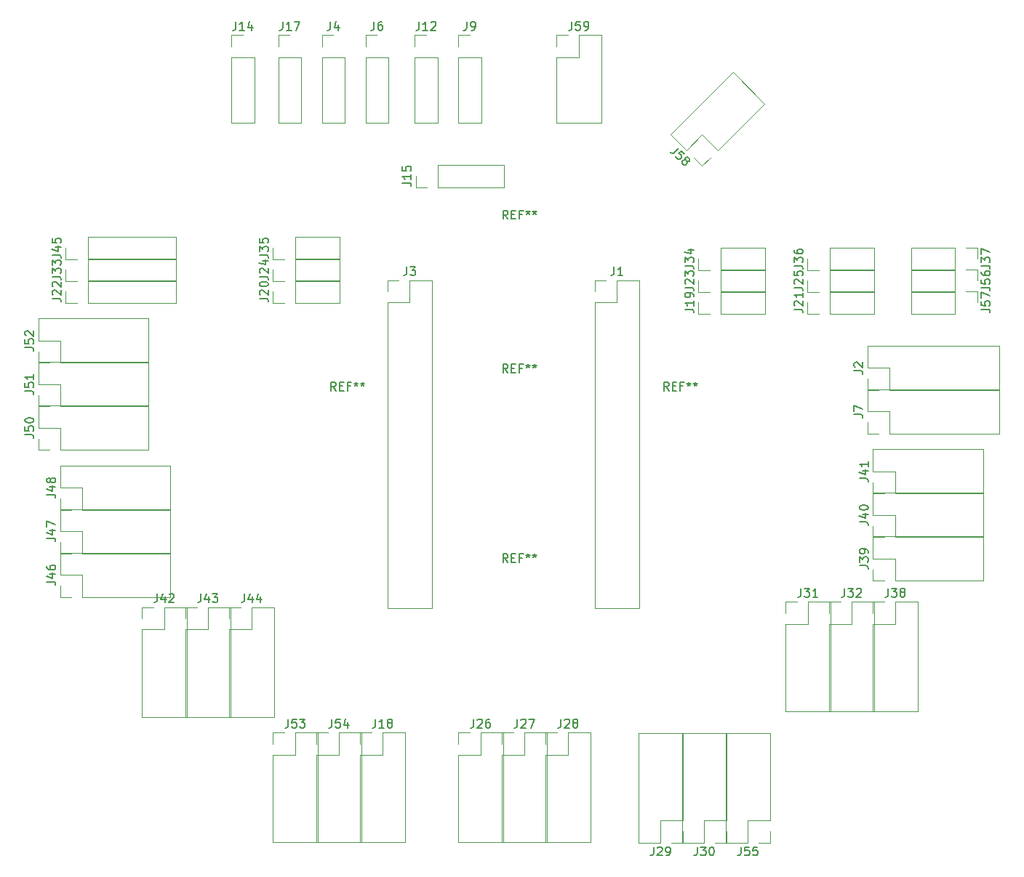
<source format=gbr>
%TF.GenerationSoftware,KiCad,Pcbnew,(5.1.9)-1*%
%TF.CreationDate,2021-04-12T23:14:19+02:00*%
%TF.ProjectId,Version1Male,56657273-696f-46e3-914d-616c652e6b69,rev?*%
%TF.SameCoordinates,Original*%
%TF.FileFunction,Legend,Top*%
%TF.FilePolarity,Positive*%
%FSLAX46Y46*%
G04 Gerber Fmt 4.6, Leading zero omitted, Abs format (unit mm)*
G04 Created by KiCad (PCBNEW (5.1.9)-1) date 2021-04-12 23:14:19*
%MOMM*%
%LPD*%
G01*
G04 APERTURE LIST*
%ADD10C,0.120000*%
%ADD11C,0.150000*%
G04 APERTURE END LIST*
D10*
%TO.C,J59*%
X144085000Y-46295000D02*
X145415000Y-46295000D01*
X144085000Y-47625000D02*
X144085000Y-46295000D01*
X146685000Y-46295000D02*
X149285000Y-46295000D01*
X146685000Y-48895000D02*
X146685000Y-46295000D01*
X144085000Y-48895000D02*
X146685000Y-48895000D01*
X149285000Y-46295000D02*
X149285000Y-56575000D01*
X144085000Y-48895000D02*
X144085000Y-56575000D01*
X144085000Y-56575000D02*
X149285000Y-56575000D01*
%TO.C,J58*%
X161036000Y-61570904D02*
X160095548Y-60630452D01*
X161976452Y-60630452D02*
X161036000Y-61570904D01*
X159197522Y-59732426D02*
X157359045Y-57893949D01*
X161036000Y-57893949D02*
X159197522Y-59732426D01*
X162874478Y-59732426D02*
X161036000Y-57893949D01*
X157359045Y-57893949D02*
X164628102Y-50624891D01*
X162874478Y-59732426D02*
X168305058Y-54301846D01*
X168305058Y-54301846D02*
X164628102Y-50624891D01*
%TO.C,J57*%
X193100000Y-76140000D02*
X193100000Y-77470000D01*
X191770000Y-76140000D02*
X193100000Y-76140000D01*
X190500000Y-76140000D02*
X190500000Y-78800000D01*
X190500000Y-78800000D02*
X185360000Y-78800000D01*
X190500000Y-76140000D02*
X185360000Y-76140000D01*
X185360000Y-76140000D02*
X185360000Y-78800000D01*
%TO.C,J56*%
X193100000Y-73600000D02*
X193100000Y-74930000D01*
X191770000Y-73600000D02*
X193100000Y-73600000D01*
X190500000Y-73600000D02*
X190500000Y-76260000D01*
X190500000Y-76260000D02*
X185360000Y-76260000D01*
X190500000Y-73600000D02*
X185360000Y-73600000D01*
X185360000Y-73600000D02*
X185360000Y-76260000D01*
%TO.C,J55*%
X168970000Y-140460000D02*
X167640000Y-140460000D01*
X168970000Y-139130000D02*
X168970000Y-140460000D01*
X166370000Y-140460000D02*
X163770000Y-140460000D01*
X166370000Y-137860000D02*
X166370000Y-140460000D01*
X168970000Y-137860000D02*
X166370000Y-137860000D01*
X163770000Y-140460000D02*
X163770000Y-127640000D01*
X168970000Y-137860000D02*
X168970000Y-127640000D01*
X168970000Y-127640000D02*
X163770000Y-127640000D01*
%TO.C,J54*%
X116145000Y-127575000D02*
X117475000Y-127575000D01*
X116145000Y-128905000D02*
X116145000Y-127575000D01*
X118745000Y-127575000D02*
X121345000Y-127575000D01*
X118745000Y-130175000D02*
X118745000Y-127575000D01*
X116145000Y-130175000D02*
X118745000Y-130175000D01*
X121345000Y-127575000D02*
X121345000Y-140395000D01*
X116145000Y-130175000D02*
X116145000Y-140395000D01*
X116145000Y-140395000D02*
X121345000Y-140395000D01*
%TO.C,J53*%
X111065000Y-127575000D02*
X112395000Y-127575000D01*
X111065000Y-128905000D02*
X111065000Y-127575000D01*
X113665000Y-127575000D02*
X116265000Y-127575000D01*
X113665000Y-130175000D02*
X113665000Y-127575000D01*
X111065000Y-130175000D02*
X113665000Y-130175000D01*
X116265000Y-127575000D02*
X116265000Y-140395000D01*
X111065000Y-130175000D02*
X111065000Y-140395000D01*
X111065000Y-140395000D02*
X116265000Y-140395000D01*
%TO.C,J52*%
X83760000Y-84515000D02*
X83760000Y-83185000D01*
X85090000Y-84515000D02*
X83760000Y-84515000D01*
X83760000Y-81915000D02*
X83760000Y-79315000D01*
X86360000Y-81915000D02*
X83760000Y-81915000D01*
X86360000Y-84515000D02*
X86360000Y-81915000D01*
X83760000Y-79315000D02*
X96580000Y-79315000D01*
X86360000Y-84515000D02*
X96580000Y-84515000D01*
X96580000Y-84515000D02*
X96580000Y-79315000D01*
%TO.C,J51*%
X83760000Y-89595000D02*
X83760000Y-88265000D01*
X85090000Y-89595000D02*
X83760000Y-89595000D01*
X83760000Y-86995000D02*
X83760000Y-84395000D01*
X86360000Y-86995000D02*
X83760000Y-86995000D01*
X86360000Y-89595000D02*
X86360000Y-86995000D01*
X83760000Y-84395000D02*
X96580000Y-84395000D01*
X86360000Y-89595000D02*
X96580000Y-89595000D01*
X96580000Y-89595000D02*
X96580000Y-84395000D01*
%TO.C,J50*%
X83760000Y-94675000D02*
X83760000Y-93345000D01*
X85090000Y-94675000D02*
X83760000Y-94675000D01*
X83760000Y-92075000D02*
X83760000Y-89475000D01*
X86360000Y-92075000D02*
X83760000Y-92075000D01*
X86360000Y-94675000D02*
X86360000Y-92075000D01*
X83760000Y-89475000D02*
X96580000Y-89475000D01*
X86360000Y-94675000D02*
X96580000Y-94675000D01*
X96580000Y-94675000D02*
X96580000Y-89475000D01*
%TO.C,J48*%
X86300000Y-101660000D02*
X86300000Y-100330000D01*
X87630000Y-101660000D02*
X86300000Y-101660000D01*
X86300000Y-99060000D02*
X86300000Y-96460000D01*
X88900000Y-99060000D02*
X86300000Y-99060000D01*
X88900000Y-101660000D02*
X88900000Y-99060000D01*
X86300000Y-96460000D02*
X99120000Y-96460000D01*
X88900000Y-101660000D02*
X99120000Y-101660000D01*
X99120000Y-101660000D02*
X99120000Y-96460000D01*
%TO.C,J47*%
X86300000Y-106740000D02*
X86300000Y-105410000D01*
X87630000Y-106740000D02*
X86300000Y-106740000D01*
X86300000Y-104140000D02*
X86300000Y-101540000D01*
X88900000Y-104140000D02*
X86300000Y-104140000D01*
X88900000Y-106740000D02*
X88900000Y-104140000D01*
X86300000Y-101540000D02*
X99120000Y-101540000D01*
X88900000Y-106740000D02*
X99120000Y-106740000D01*
X99120000Y-106740000D02*
X99120000Y-101540000D01*
%TO.C,J46*%
X86300000Y-111820000D02*
X86300000Y-110490000D01*
X87630000Y-111820000D02*
X86300000Y-111820000D01*
X86300000Y-109220000D02*
X86300000Y-106620000D01*
X88900000Y-109220000D02*
X86300000Y-109220000D01*
X88900000Y-111820000D02*
X88900000Y-109220000D01*
X86300000Y-106620000D02*
X99120000Y-106620000D01*
X88900000Y-111820000D02*
X99120000Y-111820000D01*
X99120000Y-111820000D02*
X99120000Y-106620000D01*
%TO.C,J45*%
X86935000Y-72450000D02*
X86935000Y-71120000D01*
X88265000Y-72450000D02*
X86935000Y-72450000D01*
X89535000Y-72450000D02*
X89535000Y-69790000D01*
X89535000Y-69790000D02*
X99755000Y-69790000D01*
X89535000Y-72450000D02*
X99755000Y-72450000D01*
X99755000Y-72450000D02*
X99755000Y-69790000D01*
%TO.C,J44*%
X105985000Y-112970000D02*
X107315000Y-112970000D01*
X105985000Y-114300000D02*
X105985000Y-112970000D01*
X108585000Y-112970000D02*
X111185000Y-112970000D01*
X108585000Y-115570000D02*
X108585000Y-112970000D01*
X105985000Y-115570000D02*
X108585000Y-115570000D01*
X111185000Y-112970000D02*
X111185000Y-125790000D01*
X105985000Y-115570000D02*
X105985000Y-125790000D01*
X105985000Y-125790000D02*
X111185000Y-125790000D01*
%TO.C,J43*%
X100905000Y-112970000D02*
X102235000Y-112970000D01*
X100905000Y-114300000D02*
X100905000Y-112970000D01*
X103505000Y-112970000D02*
X106105000Y-112970000D01*
X103505000Y-115570000D02*
X103505000Y-112970000D01*
X100905000Y-115570000D02*
X103505000Y-115570000D01*
X106105000Y-112970000D02*
X106105000Y-125790000D01*
X100905000Y-115570000D02*
X100905000Y-125790000D01*
X100905000Y-125790000D02*
X106105000Y-125790000D01*
%TO.C,J42*%
X95825000Y-112970000D02*
X97155000Y-112970000D01*
X95825000Y-114300000D02*
X95825000Y-112970000D01*
X98425000Y-112970000D02*
X101025000Y-112970000D01*
X98425000Y-115570000D02*
X98425000Y-112970000D01*
X95825000Y-115570000D02*
X98425000Y-115570000D01*
X101025000Y-112970000D02*
X101025000Y-125790000D01*
X95825000Y-115570000D02*
X95825000Y-125790000D01*
X95825000Y-125790000D02*
X101025000Y-125790000D01*
%TO.C,J41*%
X180915000Y-99755000D02*
X180915000Y-98425000D01*
X182245000Y-99755000D02*
X180915000Y-99755000D01*
X180915000Y-97155000D02*
X180915000Y-94555000D01*
X183515000Y-97155000D02*
X180915000Y-97155000D01*
X183515000Y-99755000D02*
X183515000Y-97155000D01*
X180915000Y-94555000D02*
X193735000Y-94555000D01*
X183515000Y-99755000D02*
X193735000Y-99755000D01*
X193735000Y-99755000D02*
X193735000Y-94555000D01*
%TO.C,J40*%
X180915000Y-104835000D02*
X180915000Y-103505000D01*
X182245000Y-104835000D02*
X180915000Y-104835000D01*
X180915000Y-102235000D02*
X180915000Y-99635000D01*
X183515000Y-102235000D02*
X180915000Y-102235000D01*
X183515000Y-104835000D02*
X183515000Y-102235000D01*
X180915000Y-99635000D02*
X193735000Y-99635000D01*
X183515000Y-104835000D02*
X193735000Y-104835000D01*
X193735000Y-104835000D02*
X193735000Y-99635000D01*
%TO.C,J39*%
X180915000Y-109915000D02*
X180915000Y-108585000D01*
X182245000Y-109915000D02*
X180915000Y-109915000D01*
X180915000Y-107315000D02*
X180915000Y-104715000D01*
X183515000Y-107315000D02*
X180915000Y-107315000D01*
X183515000Y-109915000D02*
X183515000Y-107315000D01*
X180915000Y-104715000D02*
X193735000Y-104715000D01*
X183515000Y-109915000D02*
X193735000Y-109915000D01*
X193735000Y-109915000D02*
X193735000Y-104715000D01*
%TO.C,J38*%
X180915000Y-112335000D02*
X182245000Y-112335000D01*
X180915000Y-113665000D02*
X180915000Y-112335000D01*
X183515000Y-112335000D02*
X186115000Y-112335000D01*
X183515000Y-114935000D02*
X183515000Y-112335000D01*
X180915000Y-114935000D02*
X183515000Y-114935000D01*
X186115000Y-112335000D02*
X186115000Y-125155000D01*
X180915000Y-114935000D02*
X180915000Y-125155000D01*
X180915000Y-125155000D02*
X186115000Y-125155000D01*
%TO.C,J37*%
X193100000Y-71060000D02*
X193100000Y-72390000D01*
X191770000Y-71060000D02*
X193100000Y-71060000D01*
X190500000Y-71060000D02*
X190500000Y-73720000D01*
X190500000Y-73720000D02*
X185360000Y-73720000D01*
X190500000Y-71060000D02*
X185360000Y-71060000D01*
X185360000Y-71060000D02*
X185360000Y-73720000D01*
%TO.C,J36*%
X173295000Y-73720000D02*
X173295000Y-72390000D01*
X174625000Y-73720000D02*
X173295000Y-73720000D01*
X175895000Y-73720000D02*
X175895000Y-71060000D01*
X175895000Y-71060000D02*
X181035000Y-71060000D01*
X175895000Y-73720000D02*
X181035000Y-73720000D01*
X181035000Y-73720000D02*
X181035000Y-71060000D01*
%TO.C,J35*%
X111065000Y-72450000D02*
X111065000Y-71120000D01*
X112395000Y-72450000D02*
X111065000Y-72450000D01*
X113665000Y-72450000D02*
X113665000Y-69790000D01*
X113665000Y-69790000D02*
X118805000Y-69790000D01*
X113665000Y-72450000D02*
X118805000Y-72450000D01*
X118805000Y-72450000D02*
X118805000Y-69790000D01*
%TO.C,J34*%
X160595000Y-73720000D02*
X160595000Y-72390000D01*
X161925000Y-73720000D02*
X160595000Y-73720000D01*
X163195000Y-73720000D02*
X163195000Y-71060000D01*
X163195000Y-71060000D02*
X168335000Y-71060000D01*
X163195000Y-73720000D02*
X168335000Y-73720000D01*
X168335000Y-73720000D02*
X168335000Y-71060000D01*
%TO.C,J33*%
X86935000Y-74990000D02*
X86935000Y-73660000D01*
X88265000Y-74990000D02*
X86935000Y-74990000D01*
X89535000Y-74990000D02*
X89535000Y-72330000D01*
X89535000Y-72330000D02*
X99755000Y-72330000D01*
X89535000Y-74990000D02*
X99755000Y-74990000D01*
X99755000Y-74990000D02*
X99755000Y-72330000D01*
%TO.C,J32*%
X175835000Y-112335000D02*
X177165000Y-112335000D01*
X175835000Y-113665000D02*
X175835000Y-112335000D01*
X178435000Y-112335000D02*
X181035000Y-112335000D01*
X178435000Y-114935000D02*
X178435000Y-112335000D01*
X175835000Y-114935000D02*
X178435000Y-114935000D01*
X181035000Y-112335000D02*
X181035000Y-125155000D01*
X175835000Y-114935000D02*
X175835000Y-125155000D01*
X175835000Y-125155000D02*
X181035000Y-125155000D01*
%TO.C,J31*%
X170755000Y-112335000D02*
X172085000Y-112335000D01*
X170755000Y-113665000D02*
X170755000Y-112335000D01*
X173355000Y-112335000D02*
X175955000Y-112335000D01*
X173355000Y-114935000D02*
X173355000Y-112335000D01*
X170755000Y-114935000D02*
X173355000Y-114935000D01*
X175955000Y-112335000D02*
X175955000Y-125155000D01*
X170755000Y-114935000D02*
X170755000Y-125155000D01*
X170755000Y-125155000D02*
X175955000Y-125155000D01*
%TO.C,J30*%
X163890000Y-140460000D02*
X162560000Y-140460000D01*
X163890000Y-139130000D02*
X163890000Y-140460000D01*
X161290000Y-140460000D02*
X158690000Y-140460000D01*
X161290000Y-137860000D02*
X161290000Y-140460000D01*
X163890000Y-137860000D02*
X161290000Y-137860000D01*
X158690000Y-140460000D02*
X158690000Y-127640000D01*
X163890000Y-137860000D02*
X163890000Y-127640000D01*
X163890000Y-127640000D02*
X158690000Y-127640000D01*
%TO.C,J29*%
X158810000Y-140460000D02*
X157480000Y-140460000D01*
X158810000Y-139130000D02*
X158810000Y-140460000D01*
X156210000Y-140460000D02*
X153610000Y-140460000D01*
X156210000Y-137860000D02*
X156210000Y-140460000D01*
X158810000Y-137860000D02*
X156210000Y-137860000D01*
X153610000Y-140460000D02*
X153610000Y-127640000D01*
X158810000Y-137860000D02*
X158810000Y-127640000D01*
X158810000Y-127640000D02*
X153610000Y-127640000D01*
%TO.C,J28*%
X142815000Y-127575000D02*
X144145000Y-127575000D01*
X142815000Y-128905000D02*
X142815000Y-127575000D01*
X145415000Y-127575000D02*
X148015000Y-127575000D01*
X145415000Y-130175000D02*
X145415000Y-127575000D01*
X142815000Y-130175000D02*
X145415000Y-130175000D01*
X148015000Y-127575000D02*
X148015000Y-140395000D01*
X142815000Y-130175000D02*
X142815000Y-140395000D01*
X142815000Y-140395000D02*
X148015000Y-140395000D01*
%TO.C,J27*%
X137735000Y-127575000D02*
X139065000Y-127575000D01*
X137735000Y-128905000D02*
X137735000Y-127575000D01*
X140335000Y-127575000D02*
X142935000Y-127575000D01*
X140335000Y-130175000D02*
X140335000Y-127575000D01*
X137735000Y-130175000D02*
X140335000Y-130175000D01*
X142935000Y-127575000D02*
X142935000Y-140395000D01*
X137735000Y-130175000D02*
X137735000Y-140395000D01*
X137735000Y-140395000D02*
X142935000Y-140395000D01*
%TO.C,J26*%
X132655000Y-127575000D02*
X133985000Y-127575000D01*
X132655000Y-128905000D02*
X132655000Y-127575000D01*
X135255000Y-127575000D02*
X137855000Y-127575000D01*
X135255000Y-130175000D02*
X135255000Y-127575000D01*
X132655000Y-130175000D02*
X135255000Y-130175000D01*
X137855000Y-127575000D02*
X137855000Y-140395000D01*
X132655000Y-130175000D02*
X132655000Y-140395000D01*
X132655000Y-140395000D02*
X137855000Y-140395000D01*
%TO.C,J25*%
X173295000Y-76260000D02*
X173295000Y-74930000D01*
X174625000Y-76260000D02*
X173295000Y-76260000D01*
X175895000Y-76260000D02*
X175895000Y-73600000D01*
X175895000Y-73600000D02*
X181035000Y-73600000D01*
X175895000Y-76260000D02*
X181035000Y-76260000D01*
X181035000Y-76260000D02*
X181035000Y-73600000D01*
%TO.C,J24*%
X111065000Y-74990000D02*
X111065000Y-73660000D01*
X112395000Y-74990000D02*
X111065000Y-74990000D01*
X113665000Y-74990000D02*
X113665000Y-72330000D01*
X113665000Y-72330000D02*
X118805000Y-72330000D01*
X113665000Y-74990000D02*
X118805000Y-74990000D01*
X118805000Y-74990000D02*
X118805000Y-72330000D01*
%TO.C,J23*%
X160595000Y-76260000D02*
X160595000Y-74930000D01*
X161925000Y-76260000D02*
X160595000Y-76260000D01*
X163195000Y-76260000D02*
X163195000Y-73600000D01*
X163195000Y-73600000D02*
X168335000Y-73600000D01*
X163195000Y-76260000D02*
X168335000Y-76260000D01*
X168335000Y-76260000D02*
X168335000Y-73600000D01*
%TO.C,J22*%
X86935000Y-77530000D02*
X86935000Y-76200000D01*
X88265000Y-77530000D02*
X86935000Y-77530000D01*
X89535000Y-77530000D02*
X89535000Y-74870000D01*
X89535000Y-74870000D02*
X99755000Y-74870000D01*
X89535000Y-77530000D02*
X99755000Y-77530000D01*
X99755000Y-77530000D02*
X99755000Y-74870000D01*
%TO.C,J21*%
X173295000Y-78800000D02*
X173295000Y-77470000D01*
X174625000Y-78800000D02*
X173295000Y-78800000D01*
X175895000Y-78800000D02*
X175895000Y-76140000D01*
X175895000Y-76140000D02*
X181035000Y-76140000D01*
X175895000Y-78800000D02*
X181035000Y-78800000D01*
X181035000Y-78800000D02*
X181035000Y-76140000D01*
%TO.C,J20*%
X111065000Y-77530000D02*
X111065000Y-76200000D01*
X112395000Y-77530000D02*
X111065000Y-77530000D01*
X113665000Y-77530000D02*
X113665000Y-74870000D01*
X113665000Y-74870000D02*
X118805000Y-74870000D01*
X113665000Y-77530000D02*
X118805000Y-77530000D01*
X118805000Y-77530000D02*
X118805000Y-74870000D01*
%TO.C,J19*%
X160595000Y-78800000D02*
X160595000Y-77470000D01*
X161925000Y-78800000D02*
X160595000Y-78800000D01*
X163195000Y-78800000D02*
X163195000Y-76140000D01*
X163195000Y-76140000D02*
X168335000Y-76140000D01*
X163195000Y-78800000D02*
X168335000Y-78800000D01*
X168335000Y-78800000D02*
X168335000Y-76140000D01*
%TO.C,J18*%
X121225000Y-127575000D02*
X122555000Y-127575000D01*
X121225000Y-128905000D02*
X121225000Y-127575000D01*
X123825000Y-127575000D02*
X126425000Y-127575000D01*
X123825000Y-130175000D02*
X123825000Y-127575000D01*
X121225000Y-130175000D02*
X123825000Y-130175000D01*
X126425000Y-127575000D02*
X126425000Y-140395000D01*
X121225000Y-130175000D02*
X121225000Y-140395000D01*
X121225000Y-140395000D02*
X126425000Y-140395000D01*
%TO.C,J17*%
X111700000Y-46295000D02*
X113030000Y-46295000D01*
X111700000Y-47625000D02*
X111700000Y-46295000D01*
X111700000Y-48895000D02*
X114360000Y-48895000D01*
X114360000Y-48895000D02*
X114360000Y-56575000D01*
X111700000Y-48895000D02*
X111700000Y-56575000D01*
X111700000Y-56575000D02*
X114360000Y-56575000D01*
%TO.C,J15*%
X127702000Y-64068000D02*
X127702000Y-62738000D01*
X129032000Y-64068000D02*
X127702000Y-64068000D01*
X130302000Y-64068000D02*
X130302000Y-61408000D01*
X130302000Y-61408000D02*
X137982000Y-61408000D01*
X130302000Y-64068000D02*
X137982000Y-64068000D01*
X137982000Y-64068000D02*
X137982000Y-61408000D01*
%TO.C,J14*%
X106230000Y-46295000D02*
X107560000Y-46295000D01*
X106230000Y-47625000D02*
X106230000Y-46295000D01*
X106230000Y-48895000D02*
X108890000Y-48895000D01*
X108890000Y-48895000D02*
X108890000Y-56575000D01*
X106230000Y-48895000D02*
X106230000Y-56575000D01*
X106230000Y-56575000D02*
X108890000Y-56575000D01*
%TO.C,J12*%
X127575000Y-46295000D02*
X128905000Y-46295000D01*
X127575000Y-47625000D02*
X127575000Y-46295000D01*
X127575000Y-48895000D02*
X130235000Y-48895000D01*
X130235000Y-48895000D02*
X130235000Y-56575000D01*
X127575000Y-48895000D02*
X127575000Y-56575000D01*
X127575000Y-56575000D02*
X130235000Y-56575000D01*
%TO.C,J9*%
X132655000Y-46295000D02*
X133985000Y-46295000D01*
X132655000Y-47625000D02*
X132655000Y-46295000D01*
X132655000Y-48895000D02*
X135315000Y-48895000D01*
X135315000Y-48895000D02*
X135315000Y-56575000D01*
X132655000Y-48895000D02*
X132655000Y-56575000D01*
X132655000Y-56575000D02*
X135315000Y-56575000D01*
%TO.C,J7*%
X180280000Y-92770000D02*
X180280000Y-91440000D01*
X181610000Y-92770000D02*
X180280000Y-92770000D01*
X180280000Y-90170000D02*
X180280000Y-87570000D01*
X182880000Y-90170000D02*
X180280000Y-90170000D01*
X182880000Y-92770000D02*
X182880000Y-90170000D01*
X180280000Y-87570000D02*
X195640000Y-87570000D01*
X182880000Y-92770000D02*
X195640000Y-92770000D01*
X195640000Y-92770000D02*
X195640000Y-87570000D01*
%TO.C,J6*%
X121860000Y-46295000D02*
X123190000Y-46295000D01*
X121860000Y-47625000D02*
X121860000Y-46295000D01*
X121860000Y-48895000D02*
X124520000Y-48895000D01*
X124520000Y-48895000D02*
X124520000Y-56575000D01*
X121860000Y-48895000D02*
X121860000Y-56575000D01*
X121860000Y-56575000D02*
X124520000Y-56575000D01*
%TO.C,J4*%
X116780000Y-46295000D02*
X118110000Y-46295000D01*
X116780000Y-47625000D02*
X116780000Y-46295000D01*
X116780000Y-48895000D02*
X119440000Y-48895000D01*
X119440000Y-48895000D02*
X119440000Y-56575000D01*
X116780000Y-48895000D02*
X116780000Y-56575000D01*
X116780000Y-56575000D02*
X119440000Y-56575000D01*
%TO.C,J3*%
X124400000Y-74870000D02*
X125730000Y-74870000D01*
X124400000Y-76200000D02*
X124400000Y-74870000D01*
X127000000Y-74870000D02*
X129600000Y-74870000D01*
X127000000Y-77470000D02*
X127000000Y-74870000D01*
X124400000Y-77470000D02*
X127000000Y-77470000D01*
X129600000Y-74870000D02*
X129600000Y-113090000D01*
X124400000Y-77470000D02*
X124400000Y-113090000D01*
X124400000Y-113090000D02*
X129600000Y-113090000D01*
%TO.C,J2*%
X180280000Y-87690000D02*
X180280000Y-86360000D01*
X181610000Y-87690000D02*
X180280000Y-87690000D01*
X180280000Y-85090000D02*
X180280000Y-82490000D01*
X182880000Y-85090000D02*
X180280000Y-85090000D01*
X182880000Y-87690000D02*
X182880000Y-85090000D01*
X180280000Y-82490000D02*
X195640000Y-82490000D01*
X182880000Y-87690000D02*
X195640000Y-87690000D01*
X195640000Y-87690000D02*
X195640000Y-82490000D01*
%TO.C,J1*%
X148530000Y-74870000D02*
X149860000Y-74870000D01*
X148530000Y-76200000D02*
X148530000Y-74870000D01*
X151130000Y-74870000D02*
X153730000Y-74870000D01*
X151130000Y-77470000D02*
X151130000Y-74870000D01*
X148530000Y-77470000D02*
X151130000Y-77470000D01*
X153730000Y-74870000D02*
X153730000Y-113090000D01*
X148530000Y-77470000D02*
X148530000Y-113090000D01*
X148530000Y-113090000D02*
X153730000Y-113090000D01*
%TO.C,REF\u002A\u002A*%
D11*
X138416666Y-67752380D02*
X138083333Y-67276190D01*
X137845238Y-67752380D02*
X137845238Y-66752380D01*
X138226190Y-66752380D01*
X138321428Y-66800000D01*
X138369047Y-66847619D01*
X138416666Y-66942857D01*
X138416666Y-67085714D01*
X138369047Y-67180952D01*
X138321428Y-67228571D01*
X138226190Y-67276190D01*
X137845238Y-67276190D01*
X138845238Y-67228571D02*
X139178571Y-67228571D01*
X139321428Y-67752380D02*
X138845238Y-67752380D01*
X138845238Y-66752380D01*
X139321428Y-66752380D01*
X140083333Y-67228571D02*
X139750000Y-67228571D01*
X139750000Y-67752380D02*
X139750000Y-66752380D01*
X140226190Y-66752380D01*
X140750000Y-66752380D02*
X140750000Y-66990476D01*
X140511904Y-66895238D02*
X140750000Y-66990476D01*
X140988095Y-66895238D01*
X140607142Y-67180952D02*
X140750000Y-66990476D01*
X140892857Y-67180952D01*
X141511904Y-66752380D02*
X141511904Y-66990476D01*
X141273809Y-66895238D02*
X141511904Y-66990476D01*
X141750000Y-66895238D01*
X141369047Y-67180952D02*
X141511904Y-66990476D01*
X141654761Y-67180952D01*
X118416666Y-87752380D02*
X118083333Y-87276190D01*
X117845238Y-87752380D02*
X117845238Y-86752380D01*
X118226190Y-86752380D01*
X118321428Y-86800000D01*
X118369047Y-86847619D01*
X118416666Y-86942857D01*
X118416666Y-87085714D01*
X118369047Y-87180952D01*
X118321428Y-87228571D01*
X118226190Y-87276190D01*
X117845238Y-87276190D01*
X118845238Y-87228571D02*
X119178571Y-87228571D01*
X119321428Y-87752380D02*
X118845238Y-87752380D01*
X118845238Y-86752380D01*
X119321428Y-86752380D01*
X120083333Y-87228571D02*
X119750000Y-87228571D01*
X119750000Y-87752380D02*
X119750000Y-86752380D01*
X120226190Y-86752380D01*
X120750000Y-86752380D02*
X120750000Y-86990476D01*
X120511904Y-86895238D02*
X120750000Y-86990476D01*
X120988095Y-86895238D01*
X120607142Y-87180952D02*
X120750000Y-86990476D01*
X120892857Y-87180952D01*
X121511904Y-86752380D02*
X121511904Y-86990476D01*
X121273809Y-86895238D02*
X121511904Y-86990476D01*
X121750000Y-86895238D01*
X121369047Y-87180952D02*
X121511904Y-86990476D01*
X121654761Y-87180952D01*
X138416666Y-107752380D02*
X138083333Y-107276190D01*
X137845238Y-107752380D02*
X137845238Y-106752380D01*
X138226190Y-106752380D01*
X138321428Y-106800000D01*
X138369047Y-106847619D01*
X138416666Y-106942857D01*
X138416666Y-107085714D01*
X138369047Y-107180952D01*
X138321428Y-107228571D01*
X138226190Y-107276190D01*
X137845238Y-107276190D01*
X138845238Y-107228571D02*
X139178571Y-107228571D01*
X139321428Y-107752380D02*
X138845238Y-107752380D01*
X138845238Y-106752380D01*
X139321428Y-106752380D01*
X140083333Y-107228571D02*
X139750000Y-107228571D01*
X139750000Y-107752380D02*
X139750000Y-106752380D01*
X140226190Y-106752380D01*
X140750000Y-106752380D02*
X140750000Y-106990476D01*
X140511904Y-106895238D02*
X140750000Y-106990476D01*
X140988095Y-106895238D01*
X140607142Y-107180952D02*
X140750000Y-106990476D01*
X140892857Y-107180952D01*
X141511904Y-106752380D02*
X141511904Y-106990476D01*
X141273809Y-106895238D02*
X141511904Y-106990476D01*
X141750000Y-106895238D01*
X141369047Y-107180952D02*
X141511904Y-106990476D01*
X141654761Y-107180952D01*
X157166666Y-87752380D02*
X156833333Y-87276190D01*
X156595238Y-87752380D02*
X156595238Y-86752380D01*
X156976190Y-86752380D01*
X157071428Y-86800000D01*
X157119047Y-86847619D01*
X157166666Y-86942857D01*
X157166666Y-87085714D01*
X157119047Y-87180952D01*
X157071428Y-87228571D01*
X156976190Y-87276190D01*
X156595238Y-87276190D01*
X157595238Y-87228571D02*
X157928571Y-87228571D01*
X158071428Y-87752380D02*
X157595238Y-87752380D01*
X157595238Y-86752380D01*
X158071428Y-86752380D01*
X158833333Y-87228571D02*
X158500000Y-87228571D01*
X158500000Y-87752380D02*
X158500000Y-86752380D01*
X158976190Y-86752380D01*
X159500000Y-86752380D02*
X159500000Y-86990476D01*
X159261904Y-86895238D02*
X159500000Y-86990476D01*
X159738095Y-86895238D01*
X159357142Y-87180952D02*
X159500000Y-86990476D01*
X159642857Y-87180952D01*
X160261904Y-86752380D02*
X160261904Y-86990476D01*
X160023809Y-86895238D02*
X160261904Y-86990476D01*
X160500000Y-86895238D01*
X160119047Y-87180952D02*
X160261904Y-86990476D01*
X160404761Y-87180952D01*
X138416666Y-85652380D02*
X138083333Y-85176190D01*
X137845238Y-85652380D02*
X137845238Y-84652380D01*
X138226190Y-84652380D01*
X138321428Y-84700000D01*
X138369047Y-84747619D01*
X138416666Y-84842857D01*
X138416666Y-84985714D01*
X138369047Y-85080952D01*
X138321428Y-85128571D01*
X138226190Y-85176190D01*
X137845238Y-85176190D01*
X138845238Y-85128571D02*
X139178571Y-85128571D01*
X139321428Y-85652380D02*
X138845238Y-85652380D01*
X138845238Y-84652380D01*
X139321428Y-84652380D01*
X140083333Y-85128571D02*
X139750000Y-85128571D01*
X139750000Y-85652380D02*
X139750000Y-84652380D01*
X140226190Y-84652380D01*
X140750000Y-84652380D02*
X140750000Y-84890476D01*
X140511904Y-84795238D02*
X140750000Y-84890476D01*
X140988095Y-84795238D01*
X140607142Y-85080952D02*
X140750000Y-84890476D01*
X140892857Y-85080952D01*
X141511904Y-84652380D02*
X141511904Y-84890476D01*
X141273809Y-84795238D02*
X141511904Y-84890476D01*
X141750000Y-84795238D01*
X141369047Y-85080952D02*
X141511904Y-84890476D01*
X141654761Y-85080952D01*
%TO.C,J59*%
X145875476Y-44747380D02*
X145875476Y-45461666D01*
X145827857Y-45604523D01*
X145732619Y-45699761D01*
X145589761Y-45747380D01*
X145494523Y-45747380D01*
X146827857Y-44747380D02*
X146351666Y-44747380D01*
X146304047Y-45223571D01*
X146351666Y-45175952D01*
X146446904Y-45128333D01*
X146685000Y-45128333D01*
X146780238Y-45175952D01*
X146827857Y-45223571D01*
X146875476Y-45318809D01*
X146875476Y-45556904D01*
X146827857Y-45652142D01*
X146780238Y-45699761D01*
X146685000Y-45747380D01*
X146446904Y-45747380D01*
X146351666Y-45699761D01*
X146304047Y-45652142D01*
X147351666Y-45747380D02*
X147542142Y-45747380D01*
X147637380Y-45699761D01*
X147685000Y-45652142D01*
X147780238Y-45509285D01*
X147827857Y-45318809D01*
X147827857Y-44937857D01*
X147780238Y-44842619D01*
X147732619Y-44795000D01*
X147637380Y-44747380D01*
X147446904Y-44747380D01*
X147351666Y-44795000D01*
X147304047Y-44842619D01*
X147256428Y-44937857D01*
X147256428Y-45175952D01*
X147304047Y-45271190D01*
X147351666Y-45318809D01*
X147446904Y-45366428D01*
X147637380Y-45366428D01*
X147732619Y-45318809D01*
X147780238Y-45271190D01*
X147827857Y-45175952D01*
%TO.C,J58*%
X158305221Y-59479888D02*
X157800145Y-59984964D01*
X157665458Y-60052307D01*
X157530771Y-60052307D01*
X157396084Y-59984964D01*
X157328740Y-59917620D01*
X158978656Y-60153323D02*
X158641938Y-59816605D01*
X158271549Y-60119651D01*
X158338893Y-60119651D01*
X158439908Y-60153323D01*
X158608267Y-60321681D01*
X158641938Y-60422697D01*
X158641938Y-60490040D01*
X158608267Y-60591055D01*
X158439908Y-60759414D01*
X158338893Y-60793086D01*
X158271549Y-60793086D01*
X158170534Y-60759414D01*
X158002175Y-60591055D01*
X157968503Y-60490040D01*
X157968503Y-60422697D01*
X159113343Y-60894101D02*
X159079671Y-60793086D01*
X159079671Y-60725742D01*
X159113343Y-60624727D01*
X159147015Y-60591055D01*
X159248030Y-60557384D01*
X159315373Y-60557384D01*
X159416389Y-60591055D01*
X159551076Y-60725742D01*
X159584747Y-60826758D01*
X159584747Y-60894101D01*
X159551076Y-60995116D01*
X159517404Y-61028788D01*
X159416389Y-61062460D01*
X159349045Y-61062460D01*
X159248030Y-61028788D01*
X159113343Y-60894101D01*
X159012328Y-60860429D01*
X158944984Y-60860429D01*
X158843969Y-60894101D01*
X158709282Y-61028788D01*
X158675610Y-61129803D01*
X158675610Y-61197147D01*
X158709282Y-61298162D01*
X158843969Y-61432849D01*
X158944984Y-61466521D01*
X159012328Y-61466521D01*
X159113343Y-61432849D01*
X159248030Y-61298162D01*
X159281702Y-61197147D01*
X159281702Y-61129803D01*
X159248030Y-61028788D01*
%TO.C,J57*%
X193552380Y-78279523D02*
X194266666Y-78279523D01*
X194409523Y-78327142D01*
X194504761Y-78422380D01*
X194552380Y-78565238D01*
X194552380Y-78660476D01*
X193552380Y-77327142D02*
X193552380Y-77803333D01*
X194028571Y-77850952D01*
X193980952Y-77803333D01*
X193933333Y-77708095D01*
X193933333Y-77470000D01*
X193980952Y-77374761D01*
X194028571Y-77327142D01*
X194123809Y-77279523D01*
X194361904Y-77279523D01*
X194457142Y-77327142D01*
X194504761Y-77374761D01*
X194552380Y-77470000D01*
X194552380Y-77708095D01*
X194504761Y-77803333D01*
X194457142Y-77850952D01*
X193552380Y-76946190D02*
X193552380Y-76279523D01*
X194552380Y-76708095D01*
%TO.C,J56*%
X193552380Y-75739523D02*
X194266666Y-75739523D01*
X194409523Y-75787142D01*
X194504761Y-75882380D01*
X194552380Y-76025238D01*
X194552380Y-76120476D01*
X193552380Y-74787142D02*
X193552380Y-75263333D01*
X194028571Y-75310952D01*
X193980952Y-75263333D01*
X193933333Y-75168095D01*
X193933333Y-74930000D01*
X193980952Y-74834761D01*
X194028571Y-74787142D01*
X194123809Y-74739523D01*
X194361904Y-74739523D01*
X194457142Y-74787142D01*
X194504761Y-74834761D01*
X194552380Y-74930000D01*
X194552380Y-75168095D01*
X194504761Y-75263333D01*
X194457142Y-75310952D01*
X193552380Y-73882380D02*
X193552380Y-74072857D01*
X193600000Y-74168095D01*
X193647619Y-74215714D01*
X193790476Y-74310952D01*
X193980952Y-74358571D01*
X194361904Y-74358571D01*
X194457142Y-74310952D01*
X194504761Y-74263333D01*
X194552380Y-74168095D01*
X194552380Y-73977619D01*
X194504761Y-73882380D01*
X194457142Y-73834761D01*
X194361904Y-73787142D01*
X194123809Y-73787142D01*
X194028571Y-73834761D01*
X193980952Y-73882380D01*
X193933333Y-73977619D01*
X193933333Y-74168095D01*
X193980952Y-74263333D01*
X194028571Y-74310952D01*
X194123809Y-74358571D01*
%TO.C,J55*%
X165560476Y-140912380D02*
X165560476Y-141626666D01*
X165512857Y-141769523D01*
X165417619Y-141864761D01*
X165274761Y-141912380D01*
X165179523Y-141912380D01*
X166512857Y-140912380D02*
X166036666Y-140912380D01*
X165989047Y-141388571D01*
X166036666Y-141340952D01*
X166131904Y-141293333D01*
X166370000Y-141293333D01*
X166465238Y-141340952D01*
X166512857Y-141388571D01*
X166560476Y-141483809D01*
X166560476Y-141721904D01*
X166512857Y-141817142D01*
X166465238Y-141864761D01*
X166370000Y-141912380D01*
X166131904Y-141912380D01*
X166036666Y-141864761D01*
X165989047Y-141817142D01*
X167465238Y-140912380D02*
X166989047Y-140912380D01*
X166941428Y-141388571D01*
X166989047Y-141340952D01*
X167084285Y-141293333D01*
X167322380Y-141293333D01*
X167417619Y-141340952D01*
X167465238Y-141388571D01*
X167512857Y-141483809D01*
X167512857Y-141721904D01*
X167465238Y-141817142D01*
X167417619Y-141864761D01*
X167322380Y-141912380D01*
X167084285Y-141912380D01*
X166989047Y-141864761D01*
X166941428Y-141817142D01*
%TO.C,J54*%
X117935476Y-126027380D02*
X117935476Y-126741666D01*
X117887857Y-126884523D01*
X117792619Y-126979761D01*
X117649761Y-127027380D01*
X117554523Y-127027380D01*
X118887857Y-126027380D02*
X118411666Y-126027380D01*
X118364047Y-126503571D01*
X118411666Y-126455952D01*
X118506904Y-126408333D01*
X118745000Y-126408333D01*
X118840238Y-126455952D01*
X118887857Y-126503571D01*
X118935476Y-126598809D01*
X118935476Y-126836904D01*
X118887857Y-126932142D01*
X118840238Y-126979761D01*
X118745000Y-127027380D01*
X118506904Y-127027380D01*
X118411666Y-126979761D01*
X118364047Y-126932142D01*
X119792619Y-126360714D02*
X119792619Y-127027380D01*
X119554523Y-125979761D02*
X119316428Y-126694047D01*
X119935476Y-126694047D01*
%TO.C,J53*%
X112855476Y-126027380D02*
X112855476Y-126741666D01*
X112807857Y-126884523D01*
X112712619Y-126979761D01*
X112569761Y-127027380D01*
X112474523Y-127027380D01*
X113807857Y-126027380D02*
X113331666Y-126027380D01*
X113284047Y-126503571D01*
X113331666Y-126455952D01*
X113426904Y-126408333D01*
X113665000Y-126408333D01*
X113760238Y-126455952D01*
X113807857Y-126503571D01*
X113855476Y-126598809D01*
X113855476Y-126836904D01*
X113807857Y-126932142D01*
X113760238Y-126979761D01*
X113665000Y-127027380D01*
X113426904Y-127027380D01*
X113331666Y-126979761D01*
X113284047Y-126932142D01*
X114188809Y-126027380D02*
X114807857Y-126027380D01*
X114474523Y-126408333D01*
X114617380Y-126408333D01*
X114712619Y-126455952D01*
X114760238Y-126503571D01*
X114807857Y-126598809D01*
X114807857Y-126836904D01*
X114760238Y-126932142D01*
X114712619Y-126979761D01*
X114617380Y-127027380D01*
X114331666Y-127027380D01*
X114236428Y-126979761D01*
X114188809Y-126932142D01*
%TO.C,J52*%
X82212380Y-82724523D02*
X82926666Y-82724523D01*
X83069523Y-82772142D01*
X83164761Y-82867380D01*
X83212380Y-83010238D01*
X83212380Y-83105476D01*
X82212380Y-81772142D02*
X82212380Y-82248333D01*
X82688571Y-82295952D01*
X82640952Y-82248333D01*
X82593333Y-82153095D01*
X82593333Y-81915000D01*
X82640952Y-81819761D01*
X82688571Y-81772142D01*
X82783809Y-81724523D01*
X83021904Y-81724523D01*
X83117142Y-81772142D01*
X83164761Y-81819761D01*
X83212380Y-81915000D01*
X83212380Y-82153095D01*
X83164761Y-82248333D01*
X83117142Y-82295952D01*
X82307619Y-81343571D02*
X82260000Y-81295952D01*
X82212380Y-81200714D01*
X82212380Y-80962619D01*
X82260000Y-80867380D01*
X82307619Y-80819761D01*
X82402857Y-80772142D01*
X82498095Y-80772142D01*
X82640952Y-80819761D01*
X83212380Y-81391190D01*
X83212380Y-80772142D01*
%TO.C,J51*%
X82212380Y-87804523D02*
X82926666Y-87804523D01*
X83069523Y-87852142D01*
X83164761Y-87947380D01*
X83212380Y-88090238D01*
X83212380Y-88185476D01*
X82212380Y-86852142D02*
X82212380Y-87328333D01*
X82688571Y-87375952D01*
X82640952Y-87328333D01*
X82593333Y-87233095D01*
X82593333Y-86995000D01*
X82640952Y-86899761D01*
X82688571Y-86852142D01*
X82783809Y-86804523D01*
X83021904Y-86804523D01*
X83117142Y-86852142D01*
X83164761Y-86899761D01*
X83212380Y-86995000D01*
X83212380Y-87233095D01*
X83164761Y-87328333D01*
X83117142Y-87375952D01*
X83212380Y-85852142D02*
X83212380Y-86423571D01*
X83212380Y-86137857D02*
X82212380Y-86137857D01*
X82355238Y-86233095D01*
X82450476Y-86328333D01*
X82498095Y-86423571D01*
%TO.C,J50*%
X82212380Y-92884523D02*
X82926666Y-92884523D01*
X83069523Y-92932142D01*
X83164761Y-93027380D01*
X83212380Y-93170238D01*
X83212380Y-93265476D01*
X82212380Y-91932142D02*
X82212380Y-92408333D01*
X82688571Y-92455952D01*
X82640952Y-92408333D01*
X82593333Y-92313095D01*
X82593333Y-92075000D01*
X82640952Y-91979761D01*
X82688571Y-91932142D01*
X82783809Y-91884523D01*
X83021904Y-91884523D01*
X83117142Y-91932142D01*
X83164761Y-91979761D01*
X83212380Y-92075000D01*
X83212380Y-92313095D01*
X83164761Y-92408333D01*
X83117142Y-92455952D01*
X82212380Y-91265476D02*
X82212380Y-91170238D01*
X82260000Y-91075000D01*
X82307619Y-91027380D01*
X82402857Y-90979761D01*
X82593333Y-90932142D01*
X82831428Y-90932142D01*
X83021904Y-90979761D01*
X83117142Y-91027380D01*
X83164761Y-91075000D01*
X83212380Y-91170238D01*
X83212380Y-91265476D01*
X83164761Y-91360714D01*
X83117142Y-91408333D01*
X83021904Y-91455952D01*
X82831428Y-91503571D01*
X82593333Y-91503571D01*
X82402857Y-91455952D01*
X82307619Y-91408333D01*
X82260000Y-91360714D01*
X82212380Y-91265476D01*
%TO.C,J48*%
X84752380Y-99869523D02*
X85466666Y-99869523D01*
X85609523Y-99917142D01*
X85704761Y-100012380D01*
X85752380Y-100155238D01*
X85752380Y-100250476D01*
X85085714Y-98964761D02*
X85752380Y-98964761D01*
X84704761Y-99202857D02*
X85419047Y-99440952D01*
X85419047Y-98821904D01*
X85180952Y-98298095D02*
X85133333Y-98393333D01*
X85085714Y-98440952D01*
X84990476Y-98488571D01*
X84942857Y-98488571D01*
X84847619Y-98440952D01*
X84800000Y-98393333D01*
X84752380Y-98298095D01*
X84752380Y-98107619D01*
X84800000Y-98012380D01*
X84847619Y-97964761D01*
X84942857Y-97917142D01*
X84990476Y-97917142D01*
X85085714Y-97964761D01*
X85133333Y-98012380D01*
X85180952Y-98107619D01*
X85180952Y-98298095D01*
X85228571Y-98393333D01*
X85276190Y-98440952D01*
X85371428Y-98488571D01*
X85561904Y-98488571D01*
X85657142Y-98440952D01*
X85704761Y-98393333D01*
X85752380Y-98298095D01*
X85752380Y-98107619D01*
X85704761Y-98012380D01*
X85657142Y-97964761D01*
X85561904Y-97917142D01*
X85371428Y-97917142D01*
X85276190Y-97964761D01*
X85228571Y-98012380D01*
X85180952Y-98107619D01*
%TO.C,J47*%
X84752380Y-104949523D02*
X85466666Y-104949523D01*
X85609523Y-104997142D01*
X85704761Y-105092380D01*
X85752380Y-105235238D01*
X85752380Y-105330476D01*
X85085714Y-104044761D02*
X85752380Y-104044761D01*
X84704761Y-104282857D02*
X85419047Y-104520952D01*
X85419047Y-103901904D01*
X84752380Y-103616190D02*
X84752380Y-102949523D01*
X85752380Y-103378095D01*
%TO.C,J46*%
X84752380Y-110029523D02*
X85466666Y-110029523D01*
X85609523Y-110077142D01*
X85704761Y-110172380D01*
X85752380Y-110315238D01*
X85752380Y-110410476D01*
X85085714Y-109124761D02*
X85752380Y-109124761D01*
X84704761Y-109362857D02*
X85419047Y-109600952D01*
X85419047Y-108981904D01*
X84752380Y-108172380D02*
X84752380Y-108362857D01*
X84800000Y-108458095D01*
X84847619Y-108505714D01*
X84990476Y-108600952D01*
X85180952Y-108648571D01*
X85561904Y-108648571D01*
X85657142Y-108600952D01*
X85704761Y-108553333D01*
X85752380Y-108458095D01*
X85752380Y-108267619D01*
X85704761Y-108172380D01*
X85657142Y-108124761D01*
X85561904Y-108077142D01*
X85323809Y-108077142D01*
X85228571Y-108124761D01*
X85180952Y-108172380D01*
X85133333Y-108267619D01*
X85133333Y-108458095D01*
X85180952Y-108553333D01*
X85228571Y-108600952D01*
X85323809Y-108648571D01*
%TO.C,J45*%
X85387380Y-71929523D02*
X86101666Y-71929523D01*
X86244523Y-71977142D01*
X86339761Y-72072380D01*
X86387380Y-72215238D01*
X86387380Y-72310476D01*
X85720714Y-71024761D02*
X86387380Y-71024761D01*
X85339761Y-71262857D02*
X86054047Y-71500952D01*
X86054047Y-70881904D01*
X85387380Y-70024761D02*
X85387380Y-70500952D01*
X85863571Y-70548571D01*
X85815952Y-70500952D01*
X85768333Y-70405714D01*
X85768333Y-70167619D01*
X85815952Y-70072380D01*
X85863571Y-70024761D01*
X85958809Y-69977142D01*
X86196904Y-69977142D01*
X86292142Y-70024761D01*
X86339761Y-70072380D01*
X86387380Y-70167619D01*
X86387380Y-70405714D01*
X86339761Y-70500952D01*
X86292142Y-70548571D01*
%TO.C,J44*%
X107775476Y-111422380D02*
X107775476Y-112136666D01*
X107727857Y-112279523D01*
X107632619Y-112374761D01*
X107489761Y-112422380D01*
X107394523Y-112422380D01*
X108680238Y-111755714D02*
X108680238Y-112422380D01*
X108442142Y-111374761D02*
X108204047Y-112089047D01*
X108823095Y-112089047D01*
X109632619Y-111755714D02*
X109632619Y-112422380D01*
X109394523Y-111374761D02*
X109156428Y-112089047D01*
X109775476Y-112089047D01*
%TO.C,J43*%
X102695476Y-111422380D02*
X102695476Y-112136666D01*
X102647857Y-112279523D01*
X102552619Y-112374761D01*
X102409761Y-112422380D01*
X102314523Y-112422380D01*
X103600238Y-111755714D02*
X103600238Y-112422380D01*
X103362142Y-111374761D02*
X103124047Y-112089047D01*
X103743095Y-112089047D01*
X104028809Y-111422380D02*
X104647857Y-111422380D01*
X104314523Y-111803333D01*
X104457380Y-111803333D01*
X104552619Y-111850952D01*
X104600238Y-111898571D01*
X104647857Y-111993809D01*
X104647857Y-112231904D01*
X104600238Y-112327142D01*
X104552619Y-112374761D01*
X104457380Y-112422380D01*
X104171666Y-112422380D01*
X104076428Y-112374761D01*
X104028809Y-112327142D01*
%TO.C,J42*%
X97615476Y-111422380D02*
X97615476Y-112136666D01*
X97567857Y-112279523D01*
X97472619Y-112374761D01*
X97329761Y-112422380D01*
X97234523Y-112422380D01*
X98520238Y-111755714D02*
X98520238Y-112422380D01*
X98282142Y-111374761D02*
X98044047Y-112089047D01*
X98663095Y-112089047D01*
X98996428Y-111517619D02*
X99044047Y-111470000D01*
X99139285Y-111422380D01*
X99377380Y-111422380D01*
X99472619Y-111470000D01*
X99520238Y-111517619D01*
X99567857Y-111612857D01*
X99567857Y-111708095D01*
X99520238Y-111850952D01*
X98948809Y-112422380D01*
X99567857Y-112422380D01*
%TO.C,J41*%
X179367380Y-97964523D02*
X180081666Y-97964523D01*
X180224523Y-98012142D01*
X180319761Y-98107380D01*
X180367380Y-98250238D01*
X180367380Y-98345476D01*
X179700714Y-97059761D02*
X180367380Y-97059761D01*
X179319761Y-97297857D02*
X180034047Y-97535952D01*
X180034047Y-96916904D01*
X180367380Y-96012142D02*
X180367380Y-96583571D01*
X180367380Y-96297857D02*
X179367380Y-96297857D01*
X179510238Y-96393095D01*
X179605476Y-96488333D01*
X179653095Y-96583571D01*
%TO.C,J40*%
X179367380Y-103044523D02*
X180081666Y-103044523D01*
X180224523Y-103092142D01*
X180319761Y-103187380D01*
X180367380Y-103330238D01*
X180367380Y-103425476D01*
X179700714Y-102139761D02*
X180367380Y-102139761D01*
X179319761Y-102377857D02*
X180034047Y-102615952D01*
X180034047Y-101996904D01*
X179367380Y-101425476D02*
X179367380Y-101330238D01*
X179415000Y-101235000D01*
X179462619Y-101187380D01*
X179557857Y-101139761D01*
X179748333Y-101092142D01*
X179986428Y-101092142D01*
X180176904Y-101139761D01*
X180272142Y-101187380D01*
X180319761Y-101235000D01*
X180367380Y-101330238D01*
X180367380Y-101425476D01*
X180319761Y-101520714D01*
X180272142Y-101568333D01*
X180176904Y-101615952D01*
X179986428Y-101663571D01*
X179748333Y-101663571D01*
X179557857Y-101615952D01*
X179462619Y-101568333D01*
X179415000Y-101520714D01*
X179367380Y-101425476D01*
%TO.C,J39*%
X179367380Y-108124523D02*
X180081666Y-108124523D01*
X180224523Y-108172142D01*
X180319761Y-108267380D01*
X180367380Y-108410238D01*
X180367380Y-108505476D01*
X179367380Y-107743571D02*
X179367380Y-107124523D01*
X179748333Y-107457857D01*
X179748333Y-107315000D01*
X179795952Y-107219761D01*
X179843571Y-107172142D01*
X179938809Y-107124523D01*
X180176904Y-107124523D01*
X180272142Y-107172142D01*
X180319761Y-107219761D01*
X180367380Y-107315000D01*
X180367380Y-107600714D01*
X180319761Y-107695952D01*
X180272142Y-107743571D01*
X180367380Y-106648333D02*
X180367380Y-106457857D01*
X180319761Y-106362619D01*
X180272142Y-106315000D01*
X180129285Y-106219761D01*
X179938809Y-106172142D01*
X179557857Y-106172142D01*
X179462619Y-106219761D01*
X179415000Y-106267380D01*
X179367380Y-106362619D01*
X179367380Y-106553095D01*
X179415000Y-106648333D01*
X179462619Y-106695952D01*
X179557857Y-106743571D01*
X179795952Y-106743571D01*
X179891190Y-106695952D01*
X179938809Y-106648333D01*
X179986428Y-106553095D01*
X179986428Y-106362619D01*
X179938809Y-106267380D01*
X179891190Y-106219761D01*
X179795952Y-106172142D01*
%TO.C,J38*%
X182705476Y-110787380D02*
X182705476Y-111501666D01*
X182657857Y-111644523D01*
X182562619Y-111739761D01*
X182419761Y-111787380D01*
X182324523Y-111787380D01*
X183086428Y-110787380D02*
X183705476Y-110787380D01*
X183372142Y-111168333D01*
X183515000Y-111168333D01*
X183610238Y-111215952D01*
X183657857Y-111263571D01*
X183705476Y-111358809D01*
X183705476Y-111596904D01*
X183657857Y-111692142D01*
X183610238Y-111739761D01*
X183515000Y-111787380D01*
X183229285Y-111787380D01*
X183134047Y-111739761D01*
X183086428Y-111692142D01*
X184276904Y-111215952D02*
X184181666Y-111168333D01*
X184134047Y-111120714D01*
X184086428Y-111025476D01*
X184086428Y-110977857D01*
X184134047Y-110882619D01*
X184181666Y-110835000D01*
X184276904Y-110787380D01*
X184467380Y-110787380D01*
X184562619Y-110835000D01*
X184610238Y-110882619D01*
X184657857Y-110977857D01*
X184657857Y-111025476D01*
X184610238Y-111120714D01*
X184562619Y-111168333D01*
X184467380Y-111215952D01*
X184276904Y-111215952D01*
X184181666Y-111263571D01*
X184134047Y-111311190D01*
X184086428Y-111406428D01*
X184086428Y-111596904D01*
X184134047Y-111692142D01*
X184181666Y-111739761D01*
X184276904Y-111787380D01*
X184467380Y-111787380D01*
X184562619Y-111739761D01*
X184610238Y-111692142D01*
X184657857Y-111596904D01*
X184657857Y-111406428D01*
X184610238Y-111311190D01*
X184562619Y-111263571D01*
X184467380Y-111215952D01*
%TO.C,J37*%
X193552380Y-73199523D02*
X194266666Y-73199523D01*
X194409523Y-73247142D01*
X194504761Y-73342380D01*
X194552380Y-73485238D01*
X194552380Y-73580476D01*
X193552380Y-72818571D02*
X193552380Y-72199523D01*
X193933333Y-72532857D01*
X193933333Y-72390000D01*
X193980952Y-72294761D01*
X194028571Y-72247142D01*
X194123809Y-72199523D01*
X194361904Y-72199523D01*
X194457142Y-72247142D01*
X194504761Y-72294761D01*
X194552380Y-72390000D01*
X194552380Y-72675714D01*
X194504761Y-72770952D01*
X194457142Y-72818571D01*
X193552380Y-71866190D02*
X193552380Y-71199523D01*
X194552380Y-71628095D01*
%TO.C,J36*%
X171747380Y-73199523D02*
X172461666Y-73199523D01*
X172604523Y-73247142D01*
X172699761Y-73342380D01*
X172747380Y-73485238D01*
X172747380Y-73580476D01*
X171747380Y-72818571D02*
X171747380Y-72199523D01*
X172128333Y-72532857D01*
X172128333Y-72390000D01*
X172175952Y-72294761D01*
X172223571Y-72247142D01*
X172318809Y-72199523D01*
X172556904Y-72199523D01*
X172652142Y-72247142D01*
X172699761Y-72294761D01*
X172747380Y-72390000D01*
X172747380Y-72675714D01*
X172699761Y-72770952D01*
X172652142Y-72818571D01*
X171747380Y-71342380D02*
X171747380Y-71532857D01*
X171795000Y-71628095D01*
X171842619Y-71675714D01*
X171985476Y-71770952D01*
X172175952Y-71818571D01*
X172556904Y-71818571D01*
X172652142Y-71770952D01*
X172699761Y-71723333D01*
X172747380Y-71628095D01*
X172747380Y-71437619D01*
X172699761Y-71342380D01*
X172652142Y-71294761D01*
X172556904Y-71247142D01*
X172318809Y-71247142D01*
X172223571Y-71294761D01*
X172175952Y-71342380D01*
X172128333Y-71437619D01*
X172128333Y-71628095D01*
X172175952Y-71723333D01*
X172223571Y-71770952D01*
X172318809Y-71818571D01*
%TO.C,J35*%
X109517380Y-71929523D02*
X110231666Y-71929523D01*
X110374523Y-71977142D01*
X110469761Y-72072380D01*
X110517380Y-72215238D01*
X110517380Y-72310476D01*
X109517380Y-71548571D02*
X109517380Y-70929523D01*
X109898333Y-71262857D01*
X109898333Y-71120000D01*
X109945952Y-71024761D01*
X109993571Y-70977142D01*
X110088809Y-70929523D01*
X110326904Y-70929523D01*
X110422142Y-70977142D01*
X110469761Y-71024761D01*
X110517380Y-71120000D01*
X110517380Y-71405714D01*
X110469761Y-71500952D01*
X110422142Y-71548571D01*
X109517380Y-70024761D02*
X109517380Y-70500952D01*
X109993571Y-70548571D01*
X109945952Y-70500952D01*
X109898333Y-70405714D01*
X109898333Y-70167619D01*
X109945952Y-70072380D01*
X109993571Y-70024761D01*
X110088809Y-69977142D01*
X110326904Y-69977142D01*
X110422142Y-70024761D01*
X110469761Y-70072380D01*
X110517380Y-70167619D01*
X110517380Y-70405714D01*
X110469761Y-70500952D01*
X110422142Y-70548571D01*
%TO.C,J34*%
X159047380Y-73199523D02*
X159761666Y-73199523D01*
X159904523Y-73247142D01*
X159999761Y-73342380D01*
X160047380Y-73485238D01*
X160047380Y-73580476D01*
X159047380Y-72818571D02*
X159047380Y-72199523D01*
X159428333Y-72532857D01*
X159428333Y-72390000D01*
X159475952Y-72294761D01*
X159523571Y-72247142D01*
X159618809Y-72199523D01*
X159856904Y-72199523D01*
X159952142Y-72247142D01*
X159999761Y-72294761D01*
X160047380Y-72390000D01*
X160047380Y-72675714D01*
X159999761Y-72770952D01*
X159952142Y-72818571D01*
X159380714Y-71342380D02*
X160047380Y-71342380D01*
X158999761Y-71580476D02*
X159714047Y-71818571D01*
X159714047Y-71199523D01*
%TO.C,J33*%
X85387380Y-74469523D02*
X86101666Y-74469523D01*
X86244523Y-74517142D01*
X86339761Y-74612380D01*
X86387380Y-74755238D01*
X86387380Y-74850476D01*
X85387380Y-74088571D02*
X85387380Y-73469523D01*
X85768333Y-73802857D01*
X85768333Y-73660000D01*
X85815952Y-73564761D01*
X85863571Y-73517142D01*
X85958809Y-73469523D01*
X86196904Y-73469523D01*
X86292142Y-73517142D01*
X86339761Y-73564761D01*
X86387380Y-73660000D01*
X86387380Y-73945714D01*
X86339761Y-74040952D01*
X86292142Y-74088571D01*
X85387380Y-73136190D02*
X85387380Y-72517142D01*
X85768333Y-72850476D01*
X85768333Y-72707619D01*
X85815952Y-72612380D01*
X85863571Y-72564761D01*
X85958809Y-72517142D01*
X86196904Y-72517142D01*
X86292142Y-72564761D01*
X86339761Y-72612380D01*
X86387380Y-72707619D01*
X86387380Y-72993333D01*
X86339761Y-73088571D01*
X86292142Y-73136190D01*
%TO.C,J32*%
X177625476Y-110787380D02*
X177625476Y-111501666D01*
X177577857Y-111644523D01*
X177482619Y-111739761D01*
X177339761Y-111787380D01*
X177244523Y-111787380D01*
X178006428Y-110787380D02*
X178625476Y-110787380D01*
X178292142Y-111168333D01*
X178435000Y-111168333D01*
X178530238Y-111215952D01*
X178577857Y-111263571D01*
X178625476Y-111358809D01*
X178625476Y-111596904D01*
X178577857Y-111692142D01*
X178530238Y-111739761D01*
X178435000Y-111787380D01*
X178149285Y-111787380D01*
X178054047Y-111739761D01*
X178006428Y-111692142D01*
X179006428Y-110882619D02*
X179054047Y-110835000D01*
X179149285Y-110787380D01*
X179387380Y-110787380D01*
X179482619Y-110835000D01*
X179530238Y-110882619D01*
X179577857Y-110977857D01*
X179577857Y-111073095D01*
X179530238Y-111215952D01*
X178958809Y-111787380D01*
X179577857Y-111787380D01*
%TO.C,J31*%
X172545476Y-110787380D02*
X172545476Y-111501666D01*
X172497857Y-111644523D01*
X172402619Y-111739761D01*
X172259761Y-111787380D01*
X172164523Y-111787380D01*
X172926428Y-110787380D02*
X173545476Y-110787380D01*
X173212142Y-111168333D01*
X173355000Y-111168333D01*
X173450238Y-111215952D01*
X173497857Y-111263571D01*
X173545476Y-111358809D01*
X173545476Y-111596904D01*
X173497857Y-111692142D01*
X173450238Y-111739761D01*
X173355000Y-111787380D01*
X173069285Y-111787380D01*
X172974047Y-111739761D01*
X172926428Y-111692142D01*
X174497857Y-111787380D02*
X173926428Y-111787380D01*
X174212142Y-111787380D02*
X174212142Y-110787380D01*
X174116904Y-110930238D01*
X174021666Y-111025476D01*
X173926428Y-111073095D01*
%TO.C,J30*%
X160480476Y-140912380D02*
X160480476Y-141626666D01*
X160432857Y-141769523D01*
X160337619Y-141864761D01*
X160194761Y-141912380D01*
X160099523Y-141912380D01*
X160861428Y-140912380D02*
X161480476Y-140912380D01*
X161147142Y-141293333D01*
X161290000Y-141293333D01*
X161385238Y-141340952D01*
X161432857Y-141388571D01*
X161480476Y-141483809D01*
X161480476Y-141721904D01*
X161432857Y-141817142D01*
X161385238Y-141864761D01*
X161290000Y-141912380D01*
X161004285Y-141912380D01*
X160909047Y-141864761D01*
X160861428Y-141817142D01*
X162099523Y-140912380D02*
X162194761Y-140912380D01*
X162290000Y-140960000D01*
X162337619Y-141007619D01*
X162385238Y-141102857D01*
X162432857Y-141293333D01*
X162432857Y-141531428D01*
X162385238Y-141721904D01*
X162337619Y-141817142D01*
X162290000Y-141864761D01*
X162194761Y-141912380D01*
X162099523Y-141912380D01*
X162004285Y-141864761D01*
X161956666Y-141817142D01*
X161909047Y-141721904D01*
X161861428Y-141531428D01*
X161861428Y-141293333D01*
X161909047Y-141102857D01*
X161956666Y-141007619D01*
X162004285Y-140960000D01*
X162099523Y-140912380D01*
%TO.C,J29*%
X155400476Y-140912380D02*
X155400476Y-141626666D01*
X155352857Y-141769523D01*
X155257619Y-141864761D01*
X155114761Y-141912380D01*
X155019523Y-141912380D01*
X155829047Y-141007619D02*
X155876666Y-140960000D01*
X155971904Y-140912380D01*
X156210000Y-140912380D01*
X156305238Y-140960000D01*
X156352857Y-141007619D01*
X156400476Y-141102857D01*
X156400476Y-141198095D01*
X156352857Y-141340952D01*
X155781428Y-141912380D01*
X156400476Y-141912380D01*
X156876666Y-141912380D02*
X157067142Y-141912380D01*
X157162380Y-141864761D01*
X157210000Y-141817142D01*
X157305238Y-141674285D01*
X157352857Y-141483809D01*
X157352857Y-141102857D01*
X157305238Y-141007619D01*
X157257619Y-140960000D01*
X157162380Y-140912380D01*
X156971904Y-140912380D01*
X156876666Y-140960000D01*
X156829047Y-141007619D01*
X156781428Y-141102857D01*
X156781428Y-141340952D01*
X156829047Y-141436190D01*
X156876666Y-141483809D01*
X156971904Y-141531428D01*
X157162380Y-141531428D01*
X157257619Y-141483809D01*
X157305238Y-141436190D01*
X157352857Y-141340952D01*
%TO.C,J28*%
X144605476Y-126027380D02*
X144605476Y-126741666D01*
X144557857Y-126884523D01*
X144462619Y-126979761D01*
X144319761Y-127027380D01*
X144224523Y-127027380D01*
X145034047Y-126122619D02*
X145081666Y-126075000D01*
X145176904Y-126027380D01*
X145415000Y-126027380D01*
X145510238Y-126075000D01*
X145557857Y-126122619D01*
X145605476Y-126217857D01*
X145605476Y-126313095D01*
X145557857Y-126455952D01*
X144986428Y-127027380D01*
X145605476Y-127027380D01*
X146176904Y-126455952D02*
X146081666Y-126408333D01*
X146034047Y-126360714D01*
X145986428Y-126265476D01*
X145986428Y-126217857D01*
X146034047Y-126122619D01*
X146081666Y-126075000D01*
X146176904Y-126027380D01*
X146367380Y-126027380D01*
X146462619Y-126075000D01*
X146510238Y-126122619D01*
X146557857Y-126217857D01*
X146557857Y-126265476D01*
X146510238Y-126360714D01*
X146462619Y-126408333D01*
X146367380Y-126455952D01*
X146176904Y-126455952D01*
X146081666Y-126503571D01*
X146034047Y-126551190D01*
X145986428Y-126646428D01*
X145986428Y-126836904D01*
X146034047Y-126932142D01*
X146081666Y-126979761D01*
X146176904Y-127027380D01*
X146367380Y-127027380D01*
X146462619Y-126979761D01*
X146510238Y-126932142D01*
X146557857Y-126836904D01*
X146557857Y-126646428D01*
X146510238Y-126551190D01*
X146462619Y-126503571D01*
X146367380Y-126455952D01*
%TO.C,J27*%
X139525476Y-126027380D02*
X139525476Y-126741666D01*
X139477857Y-126884523D01*
X139382619Y-126979761D01*
X139239761Y-127027380D01*
X139144523Y-127027380D01*
X139954047Y-126122619D02*
X140001666Y-126075000D01*
X140096904Y-126027380D01*
X140335000Y-126027380D01*
X140430238Y-126075000D01*
X140477857Y-126122619D01*
X140525476Y-126217857D01*
X140525476Y-126313095D01*
X140477857Y-126455952D01*
X139906428Y-127027380D01*
X140525476Y-127027380D01*
X140858809Y-126027380D02*
X141525476Y-126027380D01*
X141096904Y-127027380D01*
%TO.C,J26*%
X134445476Y-126027380D02*
X134445476Y-126741666D01*
X134397857Y-126884523D01*
X134302619Y-126979761D01*
X134159761Y-127027380D01*
X134064523Y-127027380D01*
X134874047Y-126122619D02*
X134921666Y-126075000D01*
X135016904Y-126027380D01*
X135255000Y-126027380D01*
X135350238Y-126075000D01*
X135397857Y-126122619D01*
X135445476Y-126217857D01*
X135445476Y-126313095D01*
X135397857Y-126455952D01*
X134826428Y-127027380D01*
X135445476Y-127027380D01*
X136302619Y-126027380D02*
X136112142Y-126027380D01*
X136016904Y-126075000D01*
X135969285Y-126122619D01*
X135874047Y-126265476D01*
X135826428Y-126455952D01*
X135826428Y-126836904D01*
X135874047Y-126932142D01*
X135921666Y-126979761D01*
X136016904Y-127027380D01*
X136207380Y-127027380D01*
X136302619Y-126979761D01*
X136350238Y-126932142D01*
X136397857Y-126836904D01*
X136397857Y-126598809D01*
X136350238Y-126503571D01*
X136302619Y-126455952D01*
X136207380Y-126408333D01*
X136016904Y-126408333D01*
X135921666Y-126455952D01*
X135874047Y-126503571D01*
X135826428Y-126598809D01*
%TO.C,J25*%
X171747380Y-75739523D02*
X172461666Y-75739523D01*
X172604523Y-75787142D01*
X172699761Y-75882380D01*
X172747380Y-76025238D01*
X172747380Y-76120476D01*
X171842619Y-75310952D02*
X171795000Y-75263333D01*
X171747380Y-75168095D01*
X171747380Y-74930000D01*
X171795000Y-74834761D01*
X171842619Y-74787142D01*
X171937857Y-74739523D01*
X172033095Y-74739523D01*
X172175952Y-74787142D01*
X172747380Y-75358571D01*
X172747380Y-74739523D01*
X171747380Y-73834761D02*
X171747380Y-74310952D01*
X172223571Y-74358571D01*
X172175952Y-74310952D01*
X172128333Y-74215714D01*
X172128333Y-73977619D01*
X172175952Y-73882380D01*
X172223571Y-73834761D01*
X172318809Y-73787142D01*
X172556904Y-73787142D01*
X172652142Y-73834761D01*
X172699761Y-73882380D01*
X172747380Y-73977619D01*
X172747380Y-74215714D01*
X172699761Y-74310952D01*
X172652142Y-74358571D01*
%TO.C,J24*%
X109517380Y-74469523D02*
X110231666Y-74469523D01*
X110374523Y-74517142D01*
X110469761Y-74612380D01*
X110517380Y-74755238D01*
X110517380Y-74850476D01*
X109612619Y-74040952D02*
X109565000Y-73993333D01*
X109517380Y-73898095D01*
X109517380Y-73660000D01*
X109565000Y-73564761D01*
X109612619Y-73517142D01*
X109707857Y-73469523D01*
X109803095Y-73469523D01*
X109945952Y-73517142D01*
X110517380Y-74088571D01*
X110517380Y-73469523D01*
X109850714Y-72612380D02*
X110517380Y-72612380D01*
X109469761Y-72850476D02*
X110184047Y-73088571D01*
X110184047Y-72469523D01*
%TO.C,J23*%
X159047380Y-75739523D02*
X159761666Y-75739523D01*
X159904523Y-75787142D01*
X159999761Y-75882380D01*
X160047380Y-76025238D01*
X160047380Y-76120476D01*
X159142619Y-75310952D02*
X159095000Y-75263333D01*
X159047380Y-75168095D01*
X159047380Y-74930000D01*
X159095000Y-74834761D01*
X159142619Y-74787142D01*
X159237857Y-74739523D01*
X159333095Y-74739523D01*
X159475952Y-74787142D01*
X160047380Y-75358571D01*
X160047380Y-74739523D01*
X159047380Y-74406190D02*
X159047380Y-73787142D01*
X159428333Y-74120476D01*
X159428333Y-73977619D01*
X159475952Y-73882380D01*
X159523571Y-73834761D01*
X159618809Y-73787142D01*
X159856904Y-73787142D01*
X159952142Y-73834761D01*
X159999761Y-73882380D01*
X160047380Y-73977619D01*
X160047380Y-74263333D01*
X159999761Y-74358571D01*
X159952142Y-74406190D01*
%TO.C,J22*%
X85387380Y-77009523D02*
X86101666Y-77009523D01*
X86244523Y-77057142D01*
X86339761Y-77152380D01*
X86387380Y-77295238D01*
X86387380Y-77390476D01*
X85482619Y-76580952D02*
X85435000Y-76533333D01*
X85387380Y-76438095D01*
X85387380Y-76200000D01*
X85435000Y-76104761D01*
X85482619Y-76057142D01*
X85577857Y-76009523D01*
X85673095Y-76009523D01*
X85815952Y-76057142D01*
X86387380Y-76628571D01*
X86387380Y-76009523D01*
X85482619Y-75628571D02*
X85435000Y-75580952D01*
X85387380Y-75485714D01*
X85387380Y-75247619D01*
X85435000Y-75152380D01*
X85482619Y-75104761D01*
X85577857Y-75057142D01*
X85673095Y-75057142D01*
X85815952Y-75104761D01*
X86387380Y-75676190D01*
X86387380Y-75057142D01*
%TO.C,J21*%
X171747380Y-78279523D02*
X172461666Y-78279523D01*
X172604523Y-78327142D01*
X172699761Y-78422380D01*
X172747380Y-78565238D01*
X172747380Y-78660476D01*
X171842619Y-77850952D02*
X171795000Y-77803333D01*
X171747380Y-77708095D01*
X171747380Y-77470000D01*
X171795000Y-77374761D01*
X171842619Y-77327142D01*
X171937857Y-77279523D01*
X172033095Y-77279523D01*
X172175952Y-77327142D01*
X172747380Y-77898571D01*
X172747380Y-77279523D01*
X172747380Y-76327142D02*
X172747380Y-76898571D01*
X172747380Y-76612857D02*
X171747380Y-76612857D01*
X171890238Y-76708095D01*
X171985476Y-76803333D01*
X172033095Y-76898571D01*
%TO.C,J20*%
X109517380Y-77009523D02*
X110231666Y-77009523D01*
X110374523Y-77057142D01*
X110469761Y-77152380D01*
X110517380Y-77295238D01*
X110517380Y-77390476D01*
X109612619Y-76580952D02*
X109565000Y-76533333D01*
X109517380Y-76438095D01*
X109517380Y-76200000D01*
X109565000Y-76104761D01*
X109612619Y-76057142D01*
X109707857Y-76009523D01*
X109803095Y-76009523D01*
X109945952Y-76057142D01*
X110517380Y-76628571D01*
X110517380Y-76009523D01*
X109517380Y-75390476D02*
X109517380Y-75295238D01*
X109565000Y-75200000D01*
X109612619Y-75152380D01*
X109707857Y-75104761D01*
X109898333Y-75057142D01*
X110136428Y-75057142D01*
X110326904Y-75104761D01*
X110422142Y-75152380D01*
X110469761Y-75200000D01*
X110517380Y-75295238D01*
X110517380Y-75390476D01*
X110469761Y-75485714D01*
X110422142Y-75533333D01*
X110326904Y-75580952D01*
X110136428Y-75628571D01*
X109898333Y-75628571D01*
X109707857Y-75580952D01*
X109612619Y-75533333D01*
X109565000Y-75485714D01*
X109517380Y-75390476D01*
%TO.C,J19*%
X159047380Y-78279523D02*
X159761666Y-78279523D01*
X159904523Y-78327142D01*
X159999761Y-78422380D01*
X160047380Y-78565238D01*
X160047380Y-78660476D01*
X160047380Y-77279523D02*
X160047380Y-77850952D01*
X160047380Y-77565238D02*
X159047380Y-77565238D01*
X159190238Y-77660476D01*
X159285476Y-77755714D01*
X159333095Y-77850952D01*
X160047380Y-76803333D02*
X160047380Y-76612857D01*
X159999761Y-76517619D01*
X159952142Y-76470000D01*
X159809285Y-76374761D01*
X159618809Y-76327142D01*
X159237857Y-76327142D01*
X159142619Y-76374761D01*
X159095000Y-76422380D01*
X159047380Y-76517619D01*
X159047380Y-76708095D01*
X159095000Y-76803333D01*
X159142619Y-76850952D01*
X159237857Y-76898571D01*
X159475952Y-76898571D01*
X159571190Y-76850952D01*
X159618809Y-76803333D01*
X159666428Y-76708095D01*
X159666428Y-76517619D01*
X159618809Y-76422380D01*
X159571190Y-76374761D01*
X159475952Y-76327142D01*
%TO.C,J18*%
X123015476Y-126027380D02*
X123015476Y-126741666D01*
X122967857Y-126884523D01*
X122872619Y-126979761D01*
X122729761Y-127027380D01*
X122634523Y-127027380D01*
X124015476Y-127027380D02*
X123444047Y-127027380D01*
X123729761Y-127027380D02*
X123729761Y-126027380D01*
X123634523Y-126170238D01*
X123539285Y-126265476D01*
X123444047Y-126313095D01*
X124586904Y-126455952D02*
X124491666Y-126408333D01*
X124444047Y-126360714D01*
X124396428Y-126265476D01*
X124396428Y-126217857D01*
X124444047Y-126122619D01*
X124491666Y-126075000D01*
X124586904Y-126027380D01*
X124777380Y-126027380D01*
X124872619Y-126075000D01*
X124920238Y-126122619D01*
X124967857Y-126217857D01*
X124967857Y-126265476D01*
X124920238Y-126360714D01*
X124872619Y-126408333D01*
X124777380Y-126455952D01*
X124586904Y-126455952D01*
X124491666Y-126503571D01*
X124444047Y-126551190D01*
X124396428Y-126646428D01*
X124396428Y-126836904D01*
X124444047Y-126932142D01*
X124491666Y-126979761D01*
X124586904Y-127027380D01*
X124777380Y-127027380D01*
X124872619Y-126979761D01*
X124920238Y-126932142D01*
X124967857Y-126836904D01*
X124967857Y-126646428D01*
X124920238Y-126551190D01*
X124872619Y-126503571D01*
X124777380Y-126455952D01*
%TO.C,J17*%
X112220476Y-44747380D02*
X112220476Y-45461666D01*
X112172857Y-45604523D01*
X112077619Y-45699761D01*
X111934761Y-45747380D01*
X111839523Y-45747380D01*
X113220476Y-45747380D02*
X112649047Y-45747380D01*
X112934761Y-45747380D02*
X112934761Y-44747380D01*
X112839523Y-44890238D01*
X112744285Y-44985476D01*
X112649047Y-45033095D01*
X113553809Y-44747380D02*
X114220476Y-44747380D01*
X113791904Y-45747380D01*
%TO.C,J15*%
X126154380Y-63547523D02*
X126868666Y-63547523D01*
X127011523Y-63595142D01*
X127106761Y-63690380D01*
X127154380Y-63833238D01*
X127154380Y-63928476D01*
X127154380Y-62547523D02*
X127154380Y-63118952D01*
X127154380Y-62833238D02*
X126154380Y-62833238D01*
X126297238Y-62928476D01*
X126392476Y-63023714D01*
X126440095Y-63118952D01*
X126154380Y-61642761D02*
X126154380Y-62118952D01*
X126630571Y-62166571D01*
X126582952Y-62118952D01*
X126535333Y-62023714D01*
X126535333Y-61785619D01*
X126582952Y-61690380D01*
X126630571Y-61642761D01*
X126725809Y-61595142D01*
X126963904Y-61595142D01*
X127059142Y-61642761D01*
X127106761Y-61690380D01*
X127154380Y-61785619D01*
X127154380Y-62023714D01*
X127106761Y-62118952D01*
X127059142Y-62166571D01*
%TO.C,J14*%
X106750476Y-44747380D02*
X106750476Y-45461666D01*
X106702857Y-45604523D01*
X106607619Y-45699761D01*
X106464761Y-45747380D01*
X106369523Y-45747380D01*
X107750476Y-45747380D02*
X107179047Y-45747380D01*
X107464761Y-45747380D02*
X107464761Y-44747380D01*
X107369523Y-44890238D01*
X107274285Y-44985476D01*
X107179047Y-45033095D01*
X108607619Y-45080714D02*
X108607619Y-45747380D01*
X108369523Y-44699761D02*
X108131428Y-45414047D01*
X108750476Y-45414047D01*
%TO.C,J12*%
X128095476Y-44747380D02*
X128095476Y-45461666D01*
X128047857Y-45604523D01*
X127952619Y-45699761D01*
X127809761Y-45747380D01*
X127714523Y-45747380D01*
X129095476Y-45747380D02*
X128524047Y-45747380D01*
X128809761Y-45747380D02*
X128809761Y-44747380D01*
X128714523Y-44890238D01*
X128619285Y-44985476D01*
X128524047Y-45033095D01*
X129476428Y-44842619D02*
X129524047Y-44795000D01*
X129619285Y-44747380D01*
X129857380Y-44747380D01*
X129952619Y-44795000D01*
X130000238Y-44842619D01*
X130047857Y-44937857D01*
X130047857Y-45033095D01*
X130000238Y-45175952D01*
X129428809Y-45747380D01*
X130047857Y-45747380D01*
%TO.C,J9*%
X133651666Y-44747380D02*
X133651666Y-45461666D01*
X133604047Y-45604523D01*
X133508809Y-45699761D01*
X133365952Y-45747380D01*
X133270714Y-45747380D01*
X134175476Y-45747380D02*
X134365952Y-45747380D01*
X134461190Y-45699761D01*
X134508809Y-45652142D01*
X134604047Y-45509285D01*
X134651666Y-45318809D01*
X134651666Y-44937857D01*
X134604047Y-44842619D01*
X134556428Y-44795000D01*
X134461190Y-44747380D01*
X134270714Y-44747380D01*
X134175476Y-44795000D01*
X134127857Y-44842619D01*
X134080238Y-44937857D01*
X134080238Y-45175952D01*
X134127857Y-45271190D01*
X134175476Y-45318809D01*
X134270714Y-45366428D01*
X134461190Y-45366428D01*
X134556428Y-45318809D01*
X134604047Y-45271190D01*
X134651666Y-45175952D01*
%TO.C,J7*%
X178732380Y-90503333D02*
X179446666Y-90503333D01*
X179589523Y-90550952D01*
X179684761Y-90646190D01*
X179732380Y-90789047D01*
X179732380Y-90884285D01*
X178732380Y-90122380D02*
X178732380Y-89455714D01*
X179732380Y-89884285D01*
%TO.C,J6*%
X122856666Y-44747380D02*
X122856666Y-45461666D01*
X122809047Y-45604523D01*
X122713809Y-45699761D01*
X122570952Y-45747380D01*
X122475714Y-45747380D01*
X123761428Y-44747380D02*
X123570952Y-44747380D01*
X123475714Y-44795000D01*
X123428095Y-44842619D01*
X123332857Y-44985476D01*
X123285238Y-45175952D01*
X123285238Y-45556904D01*
X123332857Y-45652142D01*
X123380476Y-45699761D01*
X123475714Y-45747380D01*
X123666190Y-45747380D01*
X123761428Y-45699761D01*
X123809047Y-45652142D01*
X123856666Y-45556904D01*
X123856666Y-45318809D01*
X123809047Y-45223571D01*
X123761428Y-45175952D01*
X123666190Y-45128333D01*
X123475714Y-45128333D01*
X123380476Y-45175952D01*
X123332857Y-45223571D01*
X123285238Y-45318809D01*
%TO.C,J4*%
X117776666Y-44747380D02*
X117776666Y-45461666D01*
X117729047Y-45604523D01*
X117633809Y-45699761D01*
X117490952Y-45747380D01*
X117395714Y-45747380D01*
X118681428Y-45080714D02*
X118681428Y-45747380D01*
X118443333Y-44699761D02*
X118205238Y-45414047D01*
X118824285Y-45414047D01*
%TO.C,J3*%
X126666666Y-73322380D02*
X126666666Y-74036666D01*
X126619047Y-74179523D01*
X126523809Y-74274761D01*
X126380952Y-74322380D01*
X126285714Y-74322380D01*
X127047619Y-73322380D02*
X127666666Y-73322380D01*
X127333333Y-73703333D01*
X127476190Y-73703333D01*
X127571428Y-73750952D01*
X127619047Y-73798571D01*
X127666666Y-73893809D01*
X127666666Y-74131904D01*
X127619047Y-74227142D01*
X127571428Y-74274761D01*
X127476190Y-74322380D01*
X127190476Y-74322380D01*
X127095238Y-74274761D01*
X127047619Y-74227142D01*
%TO.C,J2*%
X178732380Y-85423333D02*
X179446666Y-85423333D01*
X179589523Y-85470952D01*
X179684761Y-85566190D01*
X179732380Y-85709047D01*
X179732380Y-85804285D01*
X178827619Y-84994761D02*
X178780000Y-84947142D01*
X178732380Y-84851904D01*
X178732380Y-84613809D01*
X178780000Y-84518571D01*
X178827619Y-84470952D01*
X178922857Y-84423333D01*
X179018095Y-84423333D01*
X179160952Y-84470952D01*
X179732380Y-85042380D01*
X179732380Y-84423333D01*
%TO.C,J1*%
X150796666Y-73322380D02*
X150796666Y-74036666D01*
X150749047Y-74179523D01*
X150653809Y-74274761D01*
X150510952Y-74322380D01*
X150415714Y-74322380D01*
X151796666Y-74322380D02*
X151225238Y-74322380D01*
X151510952Y-74322380D02*
X151510952Y-73322380D01*
X151415714Y-73465238D01*
X151320476Y-73560476D01*
X151225238Y-73608095D01*
%TD*%
M02*

</source>
